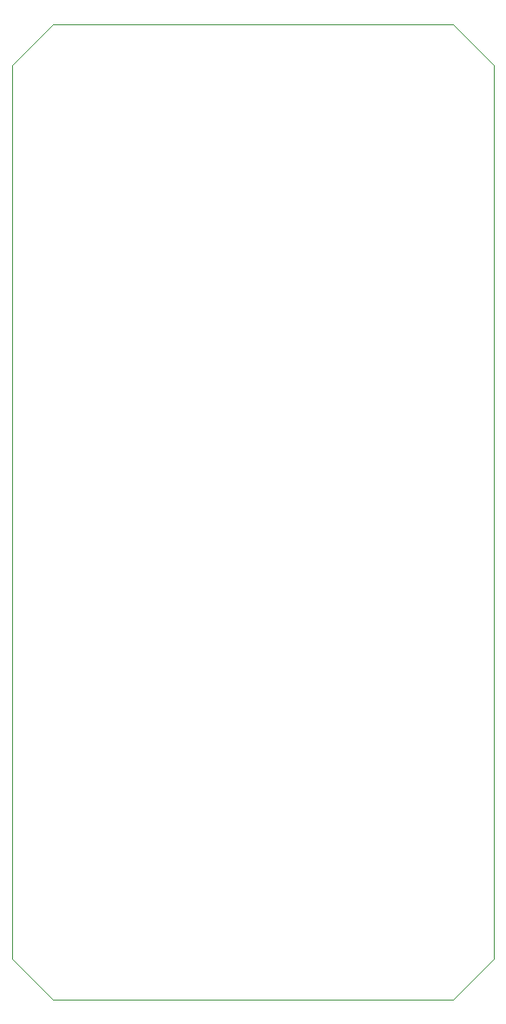
<source format=gbr>
%TF.GenerationSoftware,Altium Limited,Altium Designer,23.1.1 (15)*%
G04 Layer_Color=0*
%FSLAX26Y26*%
%MOIN*%
%TF.SameCoordinates,CF7A6AEE-9E07-4C1C-9DF4-B320C76D0393*%
%TF.FilePolarity,Positive*%
%TF.FileFunction,Profile,NP*%
%TF.Part,Single*%
G01*
G75*
%TA.AperFunction,Profile*%
%ADD106C,0.001000*%
D106*
X-39370Y3582677D02*
Y157480D01*
X118110Y-0D01*
X1653543Y0D01*
X1811024Y157480D01*
Y3582677D01*
X1653543Y3740158D01*
X118110Y3740157D01*
X-39370Y3582677D01*
%TF.MD5,b1da1bcd31f6819d775bf02dbc27f1a6*%
M02*

</source>
